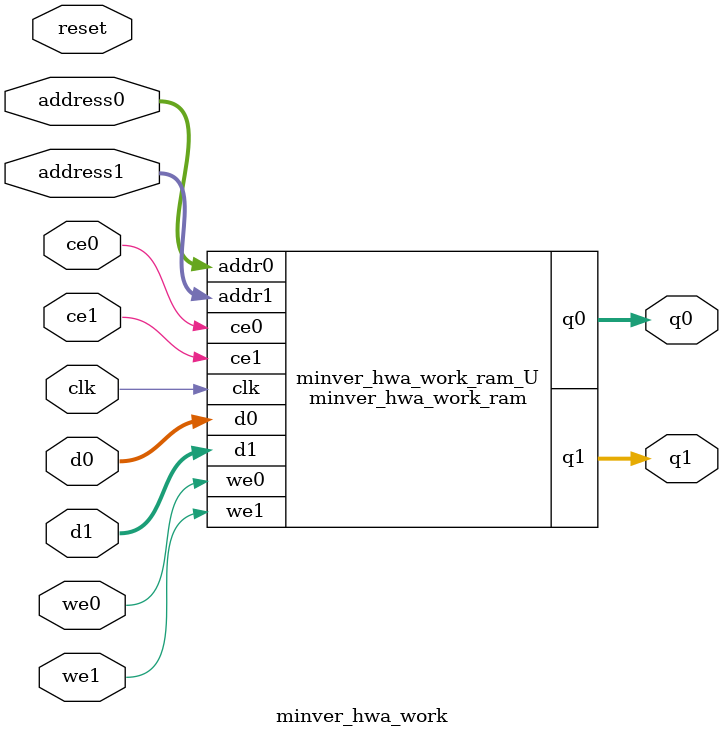
<source format=v>

`timescale 1 ns / 1 ps
module minver_hwa_work_ram (addr0, ce0, d0, we0, q0, addr1, ce1, d1, we1, q1,  clk);

parameter DWIDTH = 5;
parameter AWIDTH = 9;
parameter MEM_SIZE = 500;

input[AWIDTH-1:0] addr0;
input ce0;
input[DWIDTH-1:0] d0;
input we0;
output reg[DWIDTH-1:0] q0;
input[AWIDTH-1:0] addr1;
input ce1;
input[DWIDTH-1:0] d1;
input we1;
output reg[DWIDTH-1:0] q1;
input clk;

(* ram_style = "block" *)reg [DWIDTH-1:0] ram[0:MEM_SIZE-1];




always @(posedge clk)  
begin 
    if (ce0) 
    begin
        if (we0) 
        begin 
            ram[addr0] <= d0; 
            q0 <= d0;
        end 
        else 
            q0 <= ram[addr0];
    end
end


always @(posedge clk)  
begin 
    if (ce1) 
    begin
        if (we1) 
        begin 
            ram[addr1] <= d1; 
            q1 <= d1;
        end 
        else 
            q1 <= ram[addr1];
    end
end


endmodule


`timescale 1 ns / 1 ps
module minver_hwa_work(
    reset,
    clk,
    address0,
    ce0,
    we0,
    d0,
    q0,
    address1,
    ce1,
    we1,
    d1,
    q1);

parameter DataWidth = 32'd5;
parameter AddressRange = 32'd500;
parameter AddressWidth = 32'd9;
input reset;
input clk;
input[AddressWidth - 1:0] address0;
input ce0;
input we0;
input[DataWidth - 1:0] d0;
output[DataWidth - 1:0] q0;
input[AddressWidth - 1:0] address1;
input ce1;
input we1;
input[DataWidth - 1:0] d1;
output[DataWidth - 1:0] q1;



minver_hwa_work_ram minver_hwa_work_ram_U(
    .clk( clk ),
    .addr0( address0 ),
    .ce0( ce0 ),
    .d0( d0 ),
    .we0( we0 ),
    .q0( q0 ),
    .addr1( address1 ),
    .ce1( ce1 ),
    .d1( d1 ),
    .we1( we1 ),
    .q1( q1 ));

endmodule


</source>
